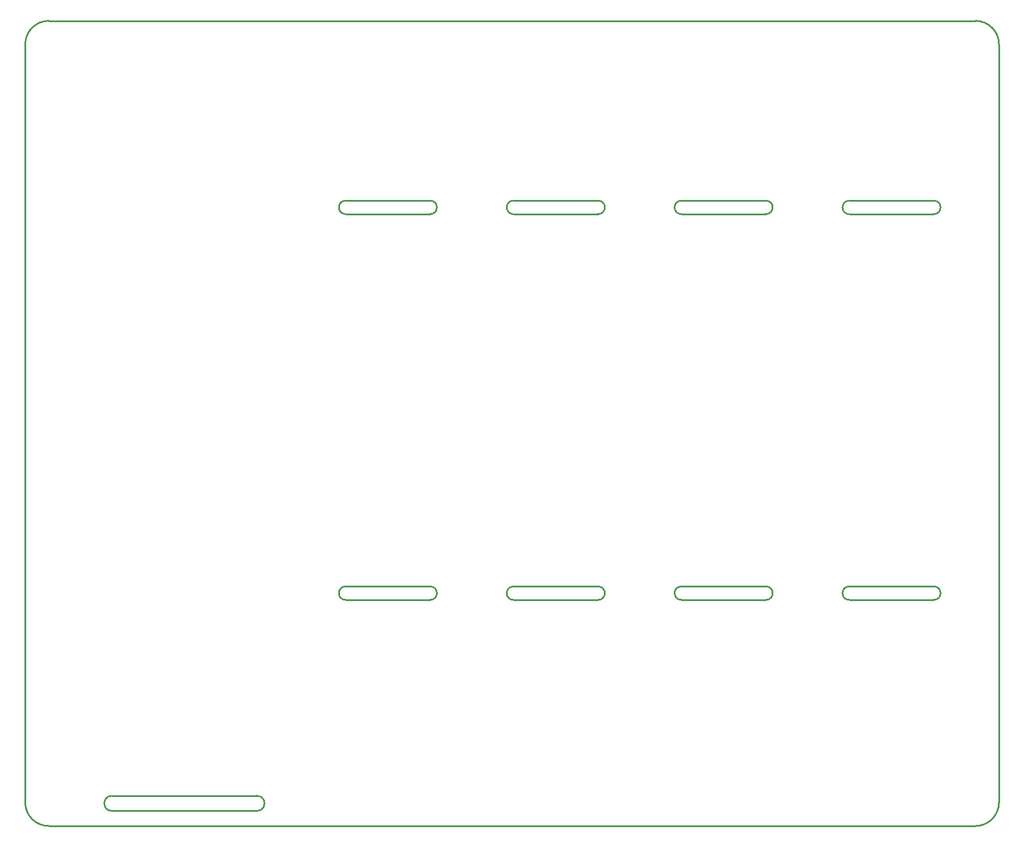
<source format=gm1>
G04*
G04 #@! TF.GenerationSoftware,Altium Limited,Altium Designer,22.2.1 (43)*
G04*
G04 Layer_Color=16711935*
%FSLAX44Y44*%
%MOMM*%
G71*
G04*
G04 #@! TF.SameCoordinates,A4FAE18D-661E-41B9-AA1C-1E8D17E7CC58*
G04*
G04*
G04 #@! TF.FilePolarity,Positive*
G04*
G01*
G75*
%ADD12C,0.2540*%
D12*
X-380000Y-577500D02*
G03*
X-380000Y-555000I0J11250D01*
G01*
X-596000D02*
G03*
X-596000Y-577500I0J-11250D01*
G01*
X502000Y-243000D02*
G03*
X502000Y-263000I0J-10000D01*
G01*
X628000D02*
G03*
X628000Y-243000I0J10000D01*
G01*
X378000Y-263000D02*
G03*
X378000Y-243000I0J10000D01*
G01*
X252000D02*
G03*
X252000Y-263000I0J-10000D01*
G01*
X2000Y-243000D02*
G03*
X2000Y-263000I0J-10000D01*
G01*
X128000D02*
G03*
X128000Y-243000I0J10000D01*
G01*
X-122000Y-263000D02*
G03*
X-122000Y-243000I0J10000D01*
G01*
X-248000D02*
G03*
X-248000Y-263000I0J-10000D01*
G01*
X502000Y332000D02*
G03*
X502000Y312000I0J-10000D01*
G01*
X628000D02*
G03*
X628000Y332000I0J10000D01*
G01*
X378000Y312000D02*
G03*
X378000Y332000I0J10000D01*
G01*
X252000D02*
G03*
X252000Y312000I0J-10000D01*
G01*
X2000Y332000D02*
G03*
X2000Y312000I0J-10000D01*
G01*
X128000D02*
G03*
X128000Y332000I0J10000D01*
G01*
X-122000Y312000D02*
G03*
X-122000Y332000I0J10000D01*
G01*
X-248000D02*
G03*
X-248000Y312000I0J-10000D01*
G01*
X690000Y-600000D02*
G03*
X725000Y-565000I0J35000D01*
G01*
X-725000D02*
G03*
X-690000Y-600000I35000J0D01*
G01*
X725000Y565000D02*
G03*
X690000Y600000I-35000J0D01*
G01*
X-690000D02*
G03*
X-725000Y565000I0J-35000D01*
G01*
X-596000Y-577500D02*
X-380000D01*
X-596000Y-555000D02*
X-380000D01*
X502000Y-243000D02*
X628000D01*
X502000Y-263000D02*
X628000D01*
X252000D02*
X378000D01*
X252000Y-243000D02*
X378000D01*
X2000D02*
X128000D01*
X2000Y-263000D02*
X128000D01*
X-248000D02*
X-122000D01*
X-248000Y-243000D02*
X-122000D01*
X502000Y332000D02*
X628000D01*
X502000Y312000D02*
X628000D01*
X252000D02*
X378000D01*
X252000Y332000D02*
X378000D01*
X2000D02*
X128000D01*
X2000Y312000D02*
X128000D01*
X-248000D02*
X-122000D01*
X-248000Y332000D02*
X-122000D01*
X-725000Y-565000D02*
Y565000D01*
X-690000Y-600000D02*
X690000D01*
X725000Y-565000D02*
Y565000D01*
X-690000Y600000D02*
X690000D01*
X-380000Y-577500D02*
G03*
X-380000Y-555000I0J11250D01*
G01*
X-596000D02*
G03*
X-596000Y-577500I0J-11250D01*
G01*
X502000Y-243000D02*
G03*
X502000Y-263000I0J-10000D01*
G01*
X628000D02*
G03*
X628000Y-243000I0J10000D01*
G01*
X378000Y-263000D02*
G03*
X378000Y-243000I0J10000D01*
G01*
X252000D02*
G03*
X252000Y-263000I0J-10000D01*
G01*
X2000Y-243000D02*
G03*
X2000Y-263000I0J-10000D01*
G01*
X128000D02*
G03*
X128000Y-243000I0J10000D01*
G01*
X-122000Y-263000D02*
G03*
X-122000Y-243000I0J10000D01*
G01*
X-248000D02*
G03*
X-248000Y-263000I0J-10000D01*
G01*
X502000Y332000D02*
G03*
X502000Y312000I0J-10000D01*
G01*
X628000D02*
G03*
X628000Y332000I0J10000D01*
G01*
X378000Y312000D02*
G03*
X378000Y332000I0J10000D01*
G01*
X252000D02*
G03*
X252000Y312000I0J-10000D01*
G01*
X2000Y332000D02*
G03*
X2000Y312000I0J-10000D01*
G01*
X128000D02*
G03*
X128000Y332000I0J10000D01*
G01*
X-122000Y312000D02*
G03*
X-122000Y332000I0J10000D01*
G01*
X-248000D02*
G03*
X-248000Y312000I0J-10000D01*
G01*
X690000Y-600000D02*
G03*
X725000Y-565000I0J35000D01*
G01*
X-725000D02*
G03*
X-690000Y-600000I35000J0D01*
G01*
X725000Y565000D02*
G03*
X690000Y600000I-35000J0D01*
G01*
X-690000D02*
G03*
X-725000Y565000I0J-35000D01*
G01*
X-596000Y-577500D02*
X-380000D01*
X-596000Y-555000D02*
X-380000D01*
X502000Y-243000D02*
X628000D01*
X502000Y-263000D02*
X628000D01*
X252000D02*
X378000D01*
X252000Y-243000D02*
X378000D01*
X2000D02*
X128000D01*
X2000Y-263000D02*
X128000D01*
X-248000D02*
X-122000D01*
X-248000Y-243000D02*
X-122000D01*
X502000Y332000D02*
X628000D01*
X502000Y312000D02*
X628000D01*
X252000D02*
X378000D01*
X252000Y332000D02*
X378000D01*
X2000D02*
X128000D01*
X2000Y312000D02*
X128000D01*
X-248000D02*
X-122000D01*
X-248000Y332000D02*
X-122000D01*
X-725000Y-565000D02*
Y565000D01*
X-690000Y-600000D02*
X690000D01*
X725000Y-565000D02*
Y565000D01*
X-690000Y600000D02*
X690000D01*
M02*

</source>
